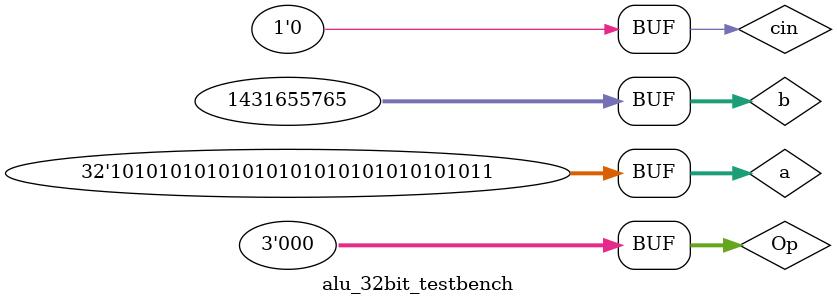
<source format=v>
`define DELAY 20
module alu_32bit_testbench();


reg [31:0] a;
reg [31:0] b;
reg cin;
reg [2:0] Op;

wire [31:0] R;
wire cout, V, S;

/*
module alu_32bit(a, b, Aluop, cin, cout, R, S, V);
input [2:0] Aluop;
input [31:0] a;
input [31:0] b;
output [31:0] R;
input cin;
output cout ,S, V;
*/

alu_32bit myALU(a, b, Op, cin, cout, R, S, V);


initial begin



/*
//OR
a = 32'b10101010101010101010101010101010; 
b = 32'b01010101010101010101010101010101; 
cin = 1'b0;
Op[0] = 1'b1; Op[1] = 1'b1; Op[2] = 1'b1;
#`DELAY;


a = 32'b01010101010101010100000000000000; 
b = 32'b00000000101111111110101010101010; 
cin = 1'b0;
Op[0] = 1'b1; Op[1] = 1'b1; Op[2] = 1'b1;
#`DELAY;
*/


//ADD
a = 32'b00110000011000011000001110000001; 
b = 32'b00001110000000001111100010000010; 
cin = 1'b0;
Op = 3'b000;
#`DELAY;


a = 32'b10101010101010101010101010101011; 
b = 32'b01010101010101010101010101010101; 
cin = 1'b0;
Op = 3'b000;
#`DELAY;


/*
//SLT
a = 32'b00000000000000000000000000001011; 
b = 32'b00000000000000000000000000000101;
cin = 1'b0;
Op = 3'b100;
#`DELAY;

a = 32'b00000000000000000000000000001011; 
b = 32'b00000000000000000000001000000101; 
cin = 1'b0;
Op = 3'b100;
#`DELAY;

a = 32'b00000000000000000100011000001011; 
b = 32'b00000000000000000000001000000101; 
cin = 1'b0;
Op = 3'b100;
#`DELAY;

a = 32'b00000000000000000100011000001011; 
b = 32'b00000000000000000110001000000101; 
cin = 1'b0;
Op = 3'b100;
#`DELAY;

a = 32'b00000000000000000000000000000000; 
b = 32'b00000000000000000000000000000000; 
cin = 1'b0;
Op = 3'b100;
#`DELAY;
*/
end



initial begin

$monitor("time = %2d, \na=%32b,\nb=%32b, \nR=%32b,\n cin =%1b, cout=%1b, Op%3b V=%1b S=%1b", $time, a, b, R, cin, cout, Op, V, S);

end


endmodule


</source>
